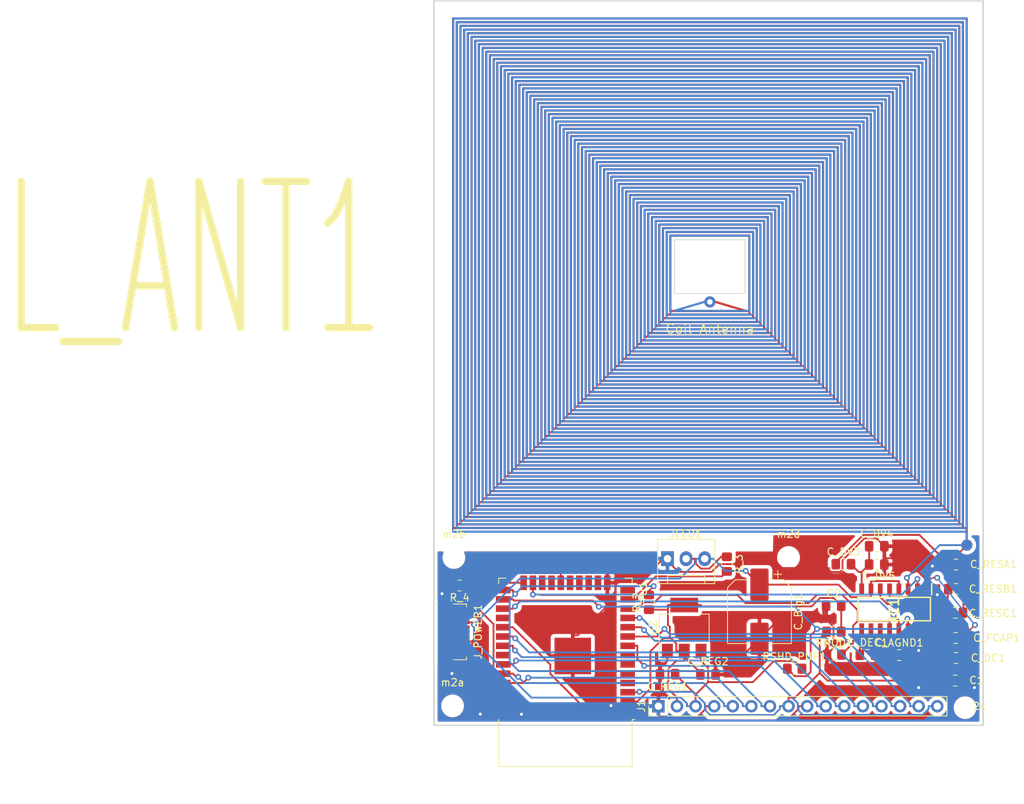
<source format=kicad_pcb>
(kicad_pcb (version 20211014) (generator pcbnew)
  (layers (0 "F.Cu" signal) (31 "B.Cu" signal) (34 "B.Paste" user) (35 "F.Paste" user) (36 "B.SilkS" user "B.Silkscreen") (37 "F.SilkS" user "F.Silkscreen") (38 "B.Mask" user) (39 "F.Mask" user) (44 "Edge.Cuts" user))
  (net 0 "")
  (net 1 "GND")
  (net 2 "+3V3")
  (net 3 "Net-(C_AGND1-Pad1)")
  (net 4 "+5V")
  (net 5 "Net-(C_DC1-Pad1)")
  (net 6 "Net-(C_DEC1-Pad1)")
  (net 7 "Net-(C_DEC1-Pad2)")
  (net 8 "Net-(C_DV3-Pad1)")
  (net 9 "Net-(C_FCAP1-Pad1)")
  (net 10 "Net-(C_RESA1-Pad2)")
  (net 11 "Net-(IC1-Pad3)")
  (net 12 "/EN")
  (net 13 "/RX")
  (net 17 "unconnected-(J_POWER1-Pad6)")
  (net 18 "Net-(R_4-Pad1)")
  (net 23 "/5")
  (net 24 "/22")
  (net 25 "/21")
  (net 26 "/19")
  (net 32 "Net-(U1-Pad20)")
  (net 35 "/18")
  (net 36 "/25")
  (net 38 "/26")
  (net 40 "Net-(JLED1-Pad2)")
  (net 41 "/TX")
  (net 42 "Net-(C_DV3-Pad2)")
  (net 43 "Net-(R_3-Pad2)")
  (net 44 "/IO0")
  (net 45 "/32")
  (net 46 "/RDY_CLK")
  (net 47 "/MOD")
  (net 48 "/DEMOD_OUT")
  (net 49 "/SHD")
  (net 50 "/33")
  (footprint "Connector_USB:USB_Micro-B_Molex_47346-0001" (layer "F.Cu") (at 68.58 142.24 -90)
    (fp_text reference "J_POWER1")
    (fp_text value "USB_B_Micro")
  )
  (footprint "Package_TO_SOT_SMD:SOT-223-3_TabPin2" (layer "F.Cu") (at 100.0472 141.7183 90)
    (fp_text reference "U2")
    (fp_text value "NCP1117-3.3_SOT223")
  )
  (footprint "MountingHole:MountingHole_2.1mm" (layer "F.Cu") (at 114.3 132.08)
    (fp_text reference "m2d")
    (fp_text value "MountingHole_2.1mm")
  )
  (footprint "Connector:FanPinHeader_1x03_P2.54mm_Vertical" (layer "F.Cu") (at 97.7657 132.2433)
    (fp_text reference "JLED1")
    (fp_text value "Conn_01x03")
  )
  (footprint "MountingHole:MountingHole_2.1mm" (layer "F.Cu") (at 68.58 132.08)
    (fp_text reference "m2b")
    (fp_text value "MountingHole_2.1mm")
  )
  (footprint "Capacitor_SMD:C_0805_2012Metric_Pad1.18x1.45mm_HandSolder" (layer "F.Cu") (at 120.4672 138.6641)
    (fp_text reference "C2")
    (fp_text value "1uf")
  )
  (footprint "Capacitor_SMD:C_0805_2012Metric_Pad1.18x1.45mm_HandSolder" (layer "F.Cu") (at 137.16 145.8251)
    (fp_text reference "C_DC1")
    (fp_text value "10NF")
  )
  (footprint "pcb_inductors:60_turn_square_inductor_corrected" (layer "F.Cu") (at 103.5535 93.2118)
    (fp_text reference "L_ANT1")
    (fp_text value "Coil Antenna")
  )
  (footprint "Capacitor_SMD:C_0805_2012Metric_Pad1.18x1.45mm_HandSolder" (layer "F.Cu") (at 97.7755 148.0291 180)
    (fp_text reference "C_REG1")
    (fp_text value "10uf")
  )
  (footprint "Capacitor_SMD:C_0805_2012Metric_Pad1.18x1.45mm_HandSolder" (layer "F.Cu") (at 126.3508 133.0364)
    (fp_text reference "C_DV5")
    (fp_text value "optional")
  )
  (footprint "Capacitor_SMD:C_0805_2012Metric_Pad1.18x1.45mm_HandSolder" (layer "F.Cu") (at 103.2885 148.0582)
    (fp_text reference "C_REG2")
    (fp_text value "10uf")
  )
  (footprint "Capacitor_SMD:C_0805_2012Metric_Pad1.18x1.45mm_HandSolder" (layer "F.Cu") (at 137.1355 143.0688)
    (fp_text reference "C_FCAP1")
    (fp_text value "10nf")
  )
  (footprint "MountingHole:MountingHole_2.1mm" (layer "F.Cu") (at 138.4204 152.599)
    (fp_text reference "m2c")
    (fp_text value "MountingHole_2.1mm")
  )
  (footprint "Capacitor_SMD:CP_Elec_8x10.5" (layer "F.Cu") (at 110.3283 139.4774 -90)
    (fp_text reference "C_Big1")
    (fp_text value "100uf")
  )
  (footprint "Capacitor_SMD:C_0805_2012Metric_Pad1.18x1.45mm_HandSolder" (layer "F.Cu") (at 137.0915 139.6246 180)
    (fp_text reference "C_RESC1")
    (fp_text value "optional")
  )
  (footprint "Resistor_SMD:R_0805_2012Metric_Pad1.20x1.40mm_HandSolder" (layer "F.Cu") (at 95.2306 138.2008 90)
    (fp_text reference "R_2")
    (fp_text value "5k1")
  )
  (footprint "Resistor_SMD:R_0805_2012Metric_Pad1.20x1.40mm_HandSolder" (layer "F.Cu") (at 120.4989 142.2132 180)
    (fp_text reference "R_1")
    (fp_text value "12K")
  )
  (footprint "Capacitor_SMD:C_0805_2012Metric_Pad1.18x1.45mm_HandSolder" (layer "F.Cu") (at 121.7981 132.9918)
    (fp_text reference "C_DV3")
    (fp_text value "0.1nf")
  )
  (footprint "Resistor_SMD:R_0805_2012Metric_Pad1.20x1.40mm_HandSolder" (layer "F.Cu") (at 115.138 147.2729)
    (fp_text reference "RSHD_PUP1")
    (fp_text value "12k")
  )
  (footprint "Capacitor_SMD:C_0805_2012Metric_Pad1.18x1.45mm_HandSolder" (layer "F.Cu") (at 126.3535 130.5276)
    (fp_text reference "C_DV4")
    (fp_text value "3.6nf")
  )
  (footprint "Capacitor_SMD:C_0805_2012Metric_Pad1.18x1.45mm_HandSolder" (layer "F.Cu") (at 125.0798 145.3772)
    (fp_text reference "C_DEC1")
    (fp_text value "100nf")
  )
  (footprint "MountingHole:MountingHole_2.1mm" (layer "F.Cu") (at 68.4005 152.3587)
    (fp_text reference "m2a")
    (fp_text value "MountingHole_2.1mm")
  )
  (footprint "Capacitor_SMD:C_0805_2012Metric_Pad1.18x1.45mm_HandSolder" (layer "F.Cu") (at 137.1551 136.3786)
    (fp_text reference "C_RESB1")
    (fp_text value "470pf")
  )
  (footprint "Connector_PinHeader_2.54mm:PinHeader_1x16_P2.54mm_Vertical" (layer "F.Cu") (at 96.52 152.4 90)
    (fp_text reference "J1")
    (fp_text value "Conn_01x16_Male")
  )
  (footprint "MyLib:SOIC127P602X173-16N" (layer "F.Cu") (at 128.7385 139.122 -90)
    (fp_text reference "IC1")
    (fp_text value "EM4095" hide)
  )
  (footprint "Capacitor_SMD:C_0805_2012Metric_Pad1.18x1.45mm_HandSolder" (layer "F.Cu") (at 137.0804 148.8995 180)
    (fp_text reference "C1")
    (fp_text value "0.1uf")
  )
  (footprint "Capacitor_SMD:C_0805_2012Metric_Pad1.18x1.45mm_HandSolder" (layer "F.Cu") (at 129.4351 145.4138)
    (fp_text reference "C_AGND1")
    (fp_text value "100nf")
  )
  (footprint "Resistor_SMD:R_0805_2012Metric_Pad1.20x1.40mm_HandSolder" (layer "F.Cu") (at 69.3627 135.9022 180)
    (fp_text reference "R_4")
    (fp_text value "5k1")
  )
  (footprint "Capacitor_SMD:C_0805_2012Metric_Pad1.18x1.45mm_HandSolder" (layer "F.Cu") (at 137.16 133.0364)
    (fp_text reference "C_RESA1")
    (fp_text value "2.2nf")
  )
  (footprint "RF_Module:ESP32-WROOM-32" (layer "F.Cu") (at 83.82 144.78 180)
    (fp_text reference "U1")
    (fp_text value "ESP32-WROOM-32")
  )
  (footprint "Resistor_SMD:R_0805_2012Metric_Pad1.20x1.40mm_HandSolder" (layer "F.Cu") (at 105.878 132.9722 -90)
    (fp_text reference "R_3")
    (fp_text value "470")
  )
  (footprint "Resistor_SMD:R_0805_2012Metric_Pad1.20x1.40mm_HandSolder" (layer "F.Cu") (at 120.5355 145.3504)
    (fp_text reference "RMOD1")
    (fp_text value "12k")
  )
  (gr_line (start 133.197525 135.188454) (end 134.62 134.62) (layer "F.Cu") (width 0.2))
  (gr_line (start 139.760626 141.291481) (end 138.399182 142.634147) (layer "F.Cu") (width 0.2))
  (gr_line (start 139.770015 141.31026) (end 134.615305 134.841051) (layer "B.Cu") (width 0.2))
  (gr_line (start 98.729823 88.631514) (end 108.352615 88.631514) (layer "Edge.Cuts") (width 0.1))
  (gr_line (start 108.352615 95.98376) (end 98.729823 95.98376) (layer "Edge.Cuts") (width 0.1))
  (gr_line (start 98.729823 95.98376) (end 98.729823 88.631514) (layer "Edge.Cuts") (width 0.1))
  (gr_rect (start 65.850777 55.956309) (end 140.882618 155.016309) (layer "Edge.Cuts") (width 0.2) (fill none))
  (gr_line (start 108.352615 88.631514) (end 108.352615 95.98376) (layer "Edge.Cuts") (width 0.1))
  (via (at 139.77471 141.296176) (size 0.8) (drill 0.4) (layers "F.Cu" "B.Cu") (net 0))
  (via (at 134.605916 134.841051) (size 0.8) (drill 0.4) (layers "F.Cu" "B.Cu") (net 0))
  (segment (start 68.707 136.5316) (end 72.0639 139.8885) (width 0.25) (layer "F.Cu") (net 1))
  (segment (start 127.391 130.5276) (end 127.391 132.1734) (width 0.25) (layer "F.Cu") (net 1))
  (segment (start 68.707 135.9022) (end 68.707 136.5316) (width 0.25) (layer "F.Cu") (net 1))
  (segment (start 89.4947 153.035) (end 92.32 153.035) (width 0.25) (layer "F.Cu") (net 1))
  (segment (start 133.1835 135.2023) (end 130.1546 132.1734) (width 0.25) (layer "F.Cu") (net 1))
  (segment (start 124.6715 129.456) (end 121.6745 132.453) (width 0.25) (layer "F.Cu") (net 1))
  (segment (start 128.1035 136.397) (end 128.1035 137.4973) (width 0.25) (layer "F.Cu") (net 1))
  (segment (start 95.2142 134.1997) (end 97.1706 132.2433) (width 0.25) (layer "F.Cu") (net 1))
  (segment (start 75.32 153.035) (end 73.9947 153.035) (width 0.25) (layer "F.Cu") (net 1))
  (segment (start 113.4332 133.5133) (end 112.9018 132.9819) (width 0.25) (layer "F.Cu") (net 1))
  (segment (start 126.3194 129.456) (end 124.6715 129.456) (width 0.25) (layer "F.Cu") (net 1))
  (segment (start 133.1835 136.397) (end 133.1835 135.2967) (width 0.25) (layer "F.Cu") (net 1))
  (segment (start 99.2589 134.034) (end 97.4682 132.2433) (width 0.25) (layer "F.Cu") (net 1))
  (segment (start 89.535 134.1997) (end 95.2142 134.1997) (width 0.25) (layer "F.Cu") (net 1))
  (segment (start 96.52 152.4) (end 96.52 151.2247) (width 0.25) (layer "F.Cu") (net 1))
  (segment (start 121.6745 132.453) (end 121.6745 133.7207) (width 0.25) (layer "F.Cu") (net 1))
  (segment (start 127.391 130.5276) (end 126.3194 129.456) (width 0.25) (layer "F.Cu") (net 1))
  (segment (start 132.4609 147.4021) (end 136.6205 147.4021) (width 0.25) (layer "F.Cu") (net 1))
  (segment (start 138.1975 145.8251) (end 136.6205 147.4021) (width 0.25) (layer "F.Cu") (net 1))
  (segment (start 89.535 134.1997) (end 89.0713 133.736) (width 0.25) (layer "F.Cu") (net 1))
  (segment (start 104.8644 132.9819) (end 103.8123 134.034) (width 0.25) (layer "F.Cu") (net 1))
  (segment (start 89.535 135.525) (end 89.535 134.1997) (width 0.25) (layer "F.Cu") (net 1))
  (segment (start 68.707 135.2578) (end 68.707 135.9022) (width 0.25) (layer "F.Cu") (net 1))
  (segment (start 129.3991 146.4873) (end 120.6724 146.4873) (width 0.25) (layer "F.Cu") (net 1))
  (segment (start 105.4475 148.0582) (end 110.3283 143.1774) (width 0.25) (layer "F.Cu") (net 1))
  (segment (start 84.82 142.7097) (end 85.4951 142.7097) (width 0.25) (layer "F.Cu") (net 1))
  (segment (start 96.738 147.2028) (end 96.738 148.0291) (width 0.25) (layer "F.Cu") (net 1))
  (segment (start 72.0639 139.8885) (end 72.0639 142.5314) (width 0.25) (layer "F.Cu") (net 1))
  (segment (start 92.32 153.035) (end 94.7097 153.035) (width 0.25) (layer "F.Cu") (net 1))
  (segment (start 136.6205 147.4021) (end 138.1179 148.8995) (width 0.25) (layer "F.Cu") (net 1))
  (segment (start 113.3656 140.1401) (end 119.045 140.1401) (width 0.25) (layer "F.Cu") (net 1))
  (segment (start 127.3883 133.0364) (end 127.3883 132.1761) (width 0.25) (layer "F.Cu") (net 1))
  (segment (start 89.535 138.6698) (end 89.535 135.525) (width 0.25) (layer "F.Cu") (net 1))
  (segment (start 84.82 146.9476) (end 84.82 145.535) (width 0.25) (layer "F.Cu") (net 1))
  (segment (start 133.1835 135.2967) (end 133.1835 135.2023) (width 0.25) (layer "F.Cu") (net 1))
  (segment (start 96.738 151.0067) (end 96.52 151.2247) (width 0.25) (layer "F.Cu") (net 1))
  (segment (start 104.326 148.0582) (end 105.4475 148.0582) (width 0.25) (layer "F.Cu") (net 1))
  (segment (start 110.3283 143.1774) (end 113.3656 140.1401) (width 0.25) (layer "F.Cu") (net 1))
  (segment (start 112.9018 132.9819) (end 104.8644 132.9819) (width 0.25) (layer "F.Cu") (net 1))
  (segment (start 84.82 146.9476) (end 84.82 148.3603) (width 0.25) (layer "F.Cu") (net 1))
  (segment (start 119.8094 133.7422) (end 119.8094 133.5133) (width 0.25) (layer "F.Cu") (net 1))
  (segment (start 120.4437 144.4422) (end 120.4437 141.5388) (width 0.25) (layer "F.Cu") (net 1))
  (segment (start 119.045 139.0488) (end 119.045 140.1401) (width 0.25) (layer "F.Cu") (net 1))
  (segment (start 97.7472 144.8683) (end 97.7472 146.1936) (width 0.25) (layer "F.Cu") (net 1))
  (segment (start 138.1975 143.0933) (end 138.1975 145.8251) (width 0.25) (layer "F.Cu") (net 1))
  (segment (start 119.4297 138.6641) (end 119.045 139.0488) (width 0.25) (layer "F.Cu") (net 1))
  (segment (start 121.3415 134.0537) (end 120.1209 134.0537) (width 0.25) (layer "F.Cu") (net 1))
  (segment (start 84.82 145.535) (end 84.82 142.7097) (width 0.25) (layer "F.Cu") (net 1))
  (segment (start 119.8094 133.5133) (end 113.4332 133.5133) (width 0.25) (layer "F.Cu") (net 1))
  (segment (start 97.4682 132.2433) (end 97.1706 132.2433) (width 0.25) (layer "F.Cu") (net 1))
  (segment (start 121.6745 133.7207) (end 121.3415 134.0537) (width 0.25) (layer "F.Cu") (net 1))
  (segment (start 130.1546 132.1734) (end 127.391 132.1734) (width 0.25) (layer "F.Cu") (net 1))
  (segment (start 128.1035 137.4973) (end 133.1835 137.4973) (width 0.25) (layer "F.Cu") (net 1))
  (segment (start 85.4951 142.7097) (end 89.535 138.6698) (width 0.25) (layer "F.Cu") (net 1))
  (segment (start 130.4726 145.4138) (end 132.4609 147.4021) (width 0.25) (layer "F.Cu") (net 1))
  (segment (start 133.1835 136.397) (end 133.1835 137.4973) (width 0.25) (layer "F.Cu") (net 1))
  (segment (start 127.3883 132.1761) (end 127.391 132.1734) (width 0.25) (layer "F.Cu") (net 1))
  (segment (start 120.6724 146.4873) (end 119.5355 145.3504) (width 0.25) (layer "F.Cu") (net 1))
  (segment (start 96.52 152.4) (end 95.3447 152.4) (width 0.25) (layer "F.Cu") (net 1))
  (segment (start 97.7472 146.1936) (end 96.738 147.2028) (width 0.25) (layer "F.Cu") (net 1))
  (segment (start 130.4726 145.4138) (end 129.3991 146.4873) (width 0.25) (layer "F.Cu") (net 1))
  (segment (start 119.5355 145.3504) (end 120.4437 144.4422) (width 0.25) (layer "F.Cu") (net 1))
  (segment (start 71.0553 150.0956) (end 71.0553 143.54) (width 0.25) (layer "F.Cu") (net 1))
  (segment (start 72.0639 142.5314) (end 71.0553 143.54) (width 0.25) (layer "F.Cu") (net 1))
  (segment (start 120.4437 141.5388) (end 119.045 140.1401) (width 0.25) (layer "F.Cu") (net 1))
  (segment (start 138.173 143.0688) (end 138.1975 143.0933) (width 0.25) (layer "F.Cu") (net 1))
  (segment (start 97.7657 132.2433) (end 97.4682 132.2433) (width 0.25) (layer "F.Cu") (net 1))
  (segment (start 96.738 148.0291) (end 96.738 151.0067) (width 0.25) (layer "F.Cu") (net 1))
  (segment (start 89.0713 133.736) (end 70.2288 133.736) (width 0.25) (layer "F.Cu") (net 1))
  (segment (start 73.9947 153.035) (end 71.0553 150.0956) (width 0.25) (layer "F.Cu") (net 1))
  (segment (start 70.04 143.54) (end 71.0553 143.54) (width 0.25) (layer "F.Cu") (net 1))
  (segment (start 94.7097 153.035) (end 95.3447 152.4) (width 0.25) (layer "F.Cu") (net 1))
  (segment (start 70.2288 133.736) (end 68.707 135.2578) (width 0.25) (layer "F.Cu") (net 1))
  (segment (start 84.82 148.3603) (end 89.4947 153.035) (width 0.25) (layer "F.Cu") (net 1))
  (segment (start 120.1209 134.0537) (end 119.8094 133.7422) (width 0.25) (layer "F.Cu") (net 1))
  (segment (start 103.8123 134.034) (end 99.2589 134.034) (width 0.25) (layer "F.Cu") (net 1))
  (segment (start 68.3627 135.9022) (end 68.707 135.9022) (width 0.25) (layer "F.Cu") (net 1))
  (via (at 72.190982 153.48446) (size 0.8) (drill 0.4) (layers "F.Cu" "B.Cu") (net 1))
  (via (at 68.317907 147.935401) (size 0.8) (drill 0.4) (layers "F.Cu" "B.Cu") (net 1))
  (via (at 66.955655 137.02855) (size 0.8) (drill 0.4) (layers "F.Cu" "B.Cu") (net 1))
  (via (at 139.7 149.86) (size 0.8) (drill 0.4) (layers "F.Cu" "B.Cu") (net 1))
  (via (at 132.08 144.78) (size 0.8) (drill 0.4) (layers "F.Cu" "B.Cu") (net 1))
  (via (at 77.810462 153.498544) (size 0.8) (drill 0.4) (layers "F.Cu" "B.Cu") (net 1))
  (via (at 133.959431 133.240382) (size 0.8) (drill 0.4) (layers "F.Cu" "B.Cu") (net 1))
  (via (at 134.62 137.16) (size 0.8) (drill 0.4) (layers "F.Cu" "B.Cu") (net 1))
  (via (at 90.04835 152.312139) (size 0.8) (drill 0.4) (layers "F.Cu" "B.Cu") (net 1))
  (via (at 132.08 149.86) (size 0.8) (drill 0.4) (layers "F.Cu" "B.Cu") (net 1))
  (segment (start 100.0472 138.5683) (end 102.2725 138.5683) (width 0.25) (layer "F.Cu") (net 2))
  (segment (start 97.8219 139.2008) (end 95.2306 139.2008) (width 0.25) (layer "F.Cu") (net 2))
  (segment (start 100.0472 145.6184) (end 100.0472 146.1936) (width 0.25) (layer "F.Cu") (net 2))
  (segment (start 118.6026 137.6098) (end 120.4504 137.6098) (width 0.25) (layer "F.Cu") (net 2))
  (segment (start 102.2725 138.5683) (end 102.4596 138.7554) (width 0.25) (layer "F.Cu") (net 2))
  (segment (start 98.2411 143.102) (end 98.0858 143.102) (width 0.25) (layer "F.Cu") (net 2))
  (segment (start 95.4241 149.9862) (end 93.6453 151.765) (width 0.25) (layer "F.Cu") (net 2))
  (segment (start 97.8909 150.0556) (end 99.06 151.2247) (width 0.25) (layer "F.Cu") (net 2))
  (segment (start 102.4596 138.7554) (end 117.457 138.7554) (width 0.25) (layer "F.Cu") (net 2))
  (segment (start 121.5047 142.2074) (end 121.5047 138.6641) (width 0.25) (layer "F.Cu") (net 2))
  (segment (start 102.251 147.8222) (end 102.251 148.0582) (width 0.25) (layer "F.Cu") (net 2))
  (segment (start 100.0472 145.0432) (end 100.0472 145.6184) (width 0.25) (layer "F.Cu") (net 2))
  (segment (start 100.0472 146.1936) (end 98.962 146.1936) (width 0.25) (layer "F.Cu") (net 2))
  (segment (start 97.2208 143.102) (end 95.4241 144.8987) (width 0.25) (layer "F.Cu") (net 2))
  (segment (start 121.4989 142.2132) (end 121.5047 142.2074) (width 0.25) (layer "F.Cu") (net 2))
  (segment (start 120.4504 137.6098) (end 121.5047 138.6641) (width 0.25) (layer "F.Cu") (net 2))
  (segment (start 98.9719 143.8328) (end 98.2411 143.102) (width 0.25) (layer "F.Cu") (net 2))
  (segment (start 117.457 138.7554) (end 118.6026 137.6098) (width 0.25) (layer "F.Cu") (net 2))
  (segment (start 97.8909 147.2647) (end 97.8909 150.0556) (width 0.25) (layer "F.Cu") (net 2))
  (segment (start 100.0472 144.8683) (end 98.9719 144.8683) (width 0.25) (layer "F.Cu") (net 2))
  (segment (start 95.4241 144.8987) (end 95.4241 149.9862) (width 0.25) (layer "F.Cu") (net 2))
  (segment (start 98.9719 144.8683) (end 98.9719 143.8328) (width 0.25) (layer "F.Cu") (net 2))
  (segment (start 92.32 151.765) (end 93.6453 151.765) (width 0.25) (layer "F.Cu") (net 2))
  (segment (start 98.962 146.1936) (end 97.8909 147.2647) (width 0.25) (layer "F.Cu") (net 2))
  (segment (start 99.06 152.4) (end 99.06 151.2247) (width 0.25) (layer "F.Cu") (net 2))
  (segment (start 98.0858 143.102) (end 98.0858 141.5347) (width 0.25) (layer "F.Cu") (net 2))
  (segment (start 97.8219 141.2708) (end 97.8219 139.2008) (width 0.25) (layer "F.Cu") (net 2))
  (segment (start 100.0472 138.5683) (end 97.8219 138.5683) (width 0.25) (layer "F.Cu") (net 2))
  (segment (start 100.0472 145.6184) (end 102.251 147.8222) (width 0.25) (layer "F.Cu") (net 2))
  (segment (start 100.0472 145.0432) (end 100.0472 144.8683) (width 0.25) (layer "F.Cu") (net 2))
  (segment (start 97.8219 138.5683) (end 97.8219 139.2008) (width 0.25) (layer "F.Cu") (net 2))
  (segment (start 98.0858 141.5347) (end 97.8219 141.2708) (width 0.25) (layer "F.Cu") (net 2))
  (segment (start 98.0858 143.102) (end 97.2208 143.102) (width 0.25) (layer "F.Cu") (net 2))
  (segment (start 126.8335 143.8497) (end 126.8335 141.847) (width 0.25) (layer "F.Cu") (net 3))
  (segment (start 128.3976 145.4138) (end 126.8335 143.8497) (width 0.25) (layer "F.Cu") (net 3))
  (segment (start 122.8371 137.4973) (end 121.1172 135.7774) (width 0.25) (layer "F.Cu") (net 4))
  (segment (start 98.813 148.0291) (end 101.6 150.8161) (width 0.25) (layer "F.Cu") (net 4))
  (segment (start 116.138 147.2729) (end 115.0824 146.2173) (width 0.25) (layer "F.Cu") (net 4))
  (segment (start 103.3065 147.1529) (end 102.3472 146.1936) (width 0.25) (layer "F.Cu") (net 4))
  (segment (start 110.3283 135.7774) (end 108.4522 133.9013) (width 0.25) (layer "F.Cu") (net 4))
  (segment (start 71.3345 141.24) (end 71.0553 140.9608) (width 0.25) (layer "F.Cu") (net 4))
  (segment (start 70.04 140.94) (end 71.0553 140.94) (width 0.25) (layer "F.Cu") (net 4))
  (segment (start 125.5635 135.8468) (end 125.5635 135.2967) (width 0.25) (layer "F.Cu") (net 4))
  (segment (start 112.3161 146.2173) (end 109.4238 149.1096) (width 0.25) (layer "F.Cu") (net 4))
  (segment (start 101.6 150.8161) (end 101.6 151.2247) (width 0.25) (layer "F.Cu") (net 4))
  (segment (start 109.4238 149.1096) (end 103.3065 149.1096) (width 0.25) (layer "F.Cu") (net 4))
  (segment (start 115.0824 146.2173) (end 112.3161 146.2173) (width 0.25) (layer "F.Cu") (net 4))
  (segment (start 125.5635 135.2967) (end 129.3735 135.2967) (width 0.25) (layer "F.Cu") (net 4))
  (segment (start 71.0553 140.9608) (end 71.0553 140.94) (width 0.25) (layer "F.Cu") (net 4))
  (segment (start 101.6 152.4) (end 101.6 151.2247) (width 0.25) (layer "F.Cu") (net 4))
  (segment (start 103.3065 149.1096) (end 101.6 150.8161) (width 0.25) (layer "F.Cu") (net 4))
  (segment (start 121.1172 135.7774) (end 110.3283 135.7774) (width 0.25) (layer "F.Cu") (net 4))
  (segment (start 125.5635 137.4973) (end 122.8371 137.4973) (width 0.25) (layer "F.Cu") (net 4))
  (segment (start 102.3472 144.8683) (end 102.3472 146.1936) (width 0.25) (layer "F.Cu") (net 4))
  (segment (start 125.5635 135.8468) (end 125.5635 136.397) (width 0.25) (layer "F.Cu") (net 4))
  (segment (start 103.3065 149.1096) (end 103.3065 147.1529) (width 0.25) (layer "F.Cu") (net 4))
  (segment (start 129.3735 136.397) (end 129.3735 135.2967) (width 0.25) (layer "F.Cu") (net 4))
  (segment (start 125.5635 136.397) (end 125.5635 137.4973) (width 0.25) (layer "F.Cu") (net 4))
  (via (at 108.4522 133.9013) (size 0.8) (drill 0.4) (layers "F.Cu" "B.Cu") (net 4))
  (via (at 71.3345 141.24) (size 0.8) (drill 0.4) (layers "F.Cu" "B.Cu") (net 4))
  (segment (start 103.4409 132.2433) (end 104.036 132.2433) (width 0.25) (layer "B.Cu") (net 4))
  (segment (start 79.1642 151.2247) (end 99.6168 151.2247) (width 0.25) (layer "B.Cu") (net 4))
  (segment (start 71.3345 141.24) (end 71.3345 143.395) (width 0.25) (layer "B.Cu") (net 4))
  (segment (start 77.6177 134.9568) (end 71.3345 141.24) (width 0.25) (layer "B.Cu") (net 4))
  (segment (start 100.4247 152.0326) (end 100.4247 152.4) (width 0.25) (layer "B.Cu") (net 4))
  (segment (start 101.6554 132.2433) (end 101.6554 132.7641) (width 0.25) (layer "B.Cu") (net 4))
  (segment (start 104.036 132.2433) (end 105.694 133.9013) (width 0.25) (layer "B.Cu") (net 4))
  (segment (start 102.8457 132.2433) (end 101.6554 132.2433) (width 0.25) (layer "B.Cu") (net 4))
  (segment (start 103.4409 132.2433) (end 102.8457 132.2433) (width 0.25) (layer "B.Cu") (net 4))
  (segment (start 105.694 133.9013) (end 108.4522 133.9013) (width 0.25) (layer "B.Cu") (net 4))
  (segment (start 101.6 152.4) (end 100.4247 152.4) (width 0.25) (layer "B.Cu") (net 4))
  (segment (start 101.6554 132.7641) (end 99.4627 134.9568) (width 0.25) (layer "B.Cu") (net 4))
  (segment (start 99.4627 134.9568) (end 77.6177 134.9568) (width 0.25) (layer "B.Cu") (net 4))
  (segment (start 71.3345 143.395) (end 79.1642 151.2247) (width 0.25) (layer "B.Cu") (net 4))
  (segment (start 99.6168 151.2247) (end 100.4247 152.0326) (width 0.25) (layer "B.Cu") (net 4))
  (segment (start 133.2447 142.9473) (end 136.1225 145.8251) (width 0.25) (layer "F.Cu") (net 5))
  (segment (start 133.1835 141.847) (end 133.1835 142.9473) (width 0.25) (layer "F.Cu") (net 5))
  (segment (start 133.1835 142.9473) (end 133.2447 142.9473) (width 0.25) (layer "F.Cu") (net 5))
  (segment (start 124.0423 143.1985) (end 124.0423 145.3772) (width 0.25) (layer "F.Cu") (net 6))
  (segment (start 124.2935 142.9473) (end 124.0423 143.1985) (width 0.25) (layer "F.Cu") (net 6))
  (segment (start 124.2935 141.847) (end 124.2935 142.9473) (width 0.25) (layer "F.Cu") (net 6))
  (segment (start 125.5635 141.847) (end 125.5635 144.8234) (width 0.25) (layer "F.Cu") (net 7))
  (segment (start 125.5635 144.8234) (end 126.1173 145.3772) (width 0.25) (layer "F.Cu") (net 7))
  (segment (start 120.7606 132.9918) (end 120.7606 132.73) (width 0.25) (layer "F.Cu") (net 8))
  (segment (start 136.1176 133.0413) (end 136.1225 133.0364) (width 0.25) (layer "F.Cu") (net 8))
  (segment (start 136.1176 136.3786) (end 136.054 136.4422) (width 0.25) (layer "F.Cu") (net 8))
  (segment (start 136.1176 136.3786) (end 136.1176 133.0413) (width 0.25) (layer "F.Cu") (net 8))
  (segment (start 132.1807 128.9855) (end 136.1225 132.9273) (width 0.25) (layer "F.Cu") (net 8))
  (segment (start 136.054 136.4422) (end 136.054 139.6246) (width 0.25) (layer "F.Cu") (net 8))
  (segment (start 136.1225 133.0364) (end 136.1225 132.9273) (width 0.25) (layer "F.Cu") (net 8))
  (segment (start 138.6632 130.3866) (end 136.1225 132.9273) (width 0.25) (layer "F.Cu") (net 8))
  (segment (start 120.7606 132.73) (end 124.5051 128.9855) (width 0.25) (layer "F.Cu") (net 8))
  (segment (start 124.5051 128.9855) (end 132.1807 128.9855) (width 0.25) (layer "F.Cu") (net 8))
  (segment (start 131.9135 140.7467) (end 133.7759 140.7467) (width 0.25) (layer "F.Cu") (net 9))
  (segment (start 131.9135 141.847) (end 131.9135 140.7467) (width 0.25) (layer "F.Cu") (net 9))
  (segment (start 133.7759 140.7467) (end 136.098 143.0688) (width 0.25) (layer "F.Cu") (net 9))
  (segment (start 138.1926 136.3786) (end 138.1926 139.561) (width 0.25) (layer "F.Cu") (net 10))
  (segment (start 127.7721 138.4359) (end 126.8335 137.4973) (width 0.25) (layer "F.Cu") (net 10))
  (segment (start 138.1926 139.561) (end 138.129 139.6246) (width 0.25) (layer "F.Cu") (net 10))
  (segment (start 138.129 139.6246) (end 137.0638 140.6898) (width 0.25) (layer "F.Cu") (net 10))
  (segment (start 126.8335 136.397) (end 126.8335 137.4973) (width 0.25) (layer "F.Cu") (net 10))
  (segment (start 134.7153 140.6898) (end 132.4614 138.4359) (width 0.25) (layer "F.Cu") (net 10))
  (segment (start 138.1926 133.0413) (end 138.1926 136.3786) (width 0.25) (layer "F.Cu") (net 10))
  (segment (start 132.4614 138.4359) (end 127.7721 138.4359) (width 0.25) (layer "F.Cu") (net 10))
  (segment (start 138.1975 133.0364) (end 138.1926 133.0413) (width 0.25) (layer "F.Cu") (net 10))
  (segment (start 137.0638 140.6898) (end 134.7153 140.6898) (width 0.25) (layer "F.Cu") (net 10))
  (segment (start 130.4694 135.1226) (end 130.4694 134.8494) (width 0.25) (layer "F.Cu") (net 11))
  (segment (start 130.6435 136.397) (end 130.6435 135.2967) (width 0.25) (layer "F.Cu") (net 11))
  (segment (start 130.6435 135.2967) (end 130.4694 135.1226) (width 0.25) (layer "F.Cu") (net 11))
  (via (at 130.4694 134.8494) (size 0.8) (drill 0.4) (layers "F.Cu" "B.Cu") (net 11))
  (segment (start 130.4694 134.8494) (end 134.9371 130.3817) (width 0.25) (layer "B.Cu") (net 11))
  (segment (start 134.9371 130.3817) (end 138.6588 130.3817) (width 0.25) (layer "B.Cu") (net 11))
  (segment (start 114.3 152.4) (end 114.3 151.2247) (width 0.25) (layer "F.Cu") (net 12))
  (segment (start 114.3 151.2247) (end 115.1815 151.2247) (width 0.25) (layer "F.Cu") (net 12))
  (segment (start 119.6165 148.8995) (end 118.5616 147.8446) (width 0.25) (layer "F.Cu") (net 12))
  (segment (start 118.5616 147.8446) (end 118.5616 143.1505) (width 0.25) (layer "F.Cu") (net 12))
  (segment (start 115.1815 151.2247) (end 118.5616 147.8446) (width 0.25) (layer "F.Cu") (net 12))
  (segment (start 118.5616 143.1505) (end 119.4989 142.2132) (width 0.25) (layer "F.Cu") (net 12))
  (segment (start 93.8671 150.495) (end 93.9289 150.4332) (width 0.25) (layer "F.Cu") (net 12))
  (segment (start 92.32 150.495) (end 93.8671 150.495) (width 0.25) (layer "F.Cu") (net 12))
  (segment (start 136.0429 148.8995) (end 119.6165 148.8995) (width 0.25) (layer "F.Cu") (net 12))
  (via (at 93.9289 150.4332) (size 0.8) (drill 0.4) (layers "F.Cu" "B.Cu") (net 12))
  (segment (start 113.1247 152.7673) (end 112.287 153.605) (width 0.25) (layer "B.Cu") (net 12))
  (segment (start 101.2967 150.4332) (end 93.9289 150.4332) (width 0.25) (layer "B.Cu") (net 12))
  (segment (start 102.87 152.0065) (end 101.2967 150.4332) (width 0.25) (layer "B.Cu") (net 12))
  (segment (start 113.1247 152.4) (end 113.1247 152.7673) (width 0.25) (layer "B.Cu") (net 12))
  (segment (start 102.87 152.8891) (end 102.87 152.0065) (width 0.25) (layer "B.Cu") (net 12))
  (segment (start 114.3 152.4) (end 113.1247 152.4) (width 0.25) (layer "B.Cu") (net 12))
  (segment (start 103.5859 153.605) (end 102.87 152.8891) (width 0.25) (layer "B.Cu") (net 12))
  (segment (start 112.287 153.605) (end 103.5859 153.605) (width 0.25) (layer "B.Cu") (net 12))
  (segment (start 77.085 148.3947) (end 77.3737 148.3947) (width 0.25) (layer "F.Cu") (net 13))
  (segment (start 75.32 147.955) (end 76.6453 147.955) (width 0.25) (layer "F.Cu") (net 13))
  (segment (start 76.6453 147.955) (end 77.085 148.3947) (width 0.25) (layer "F.Cu") (net 13))
  (via (at 77.3737 148.3947) (size 0.8) (drill 0.4) (layers "F.Cu" "B.Cu") (net 13))
  (segment (start 78.2144 149.2354) (end 102.7074 149.2354) (width 0.25) (layer "B.Cu") (net 13))
  (segment (start 106.68 152.4) (end 105.5047 152.4) (width 0.25) (layer "B.Cu") (net 13))
  (segment (start 105.5047 152.0327) (end 105.5047 152.4) (width 0.25) (layer "B.Cu") (net 13))
  (segment (start 77.3737 148.3947) (end 78.2144 149.2354) (width 0.25) (layer "B.Cu") (net 13))
  (segment (start 102.7074 149.2354) (end 105.5047 152.0327) (width 0.25) (layer "B.Cu") (net 13))
  (segment (start 67.38 141.09) (end 67.38 142.3153) (width 0.25) (layer "F.Cu") (net 17))
  (segment (start 68.6553 144.7275) (end 68.6553 145.315) (width 0.25) (layer "F.Cu") (net 17))
  (segment (start 67.38 143.79) (end 68.6553 143.79) (width 0.25) (layer "F.Cu") (net 17))
  (segment (start 67.38 138.865) (end 67.38 139.7525) (width 0.25) (layer "F.Cu") (net 17))
  (segment (start 67.38 139.7525) (end 68.8547 139.7525) (width 0.25) (layer "F.Cu") (net 17))
  (segment (start 67.38 142.3153) (end 67.8395 142.3153) (width 0.25) (layer "F.Cu") (net 17))
  (segment (start 69.955 144.7275) (end 68.8547 144.7275) (width 0.25) (layer "F.Cu") (net 17))
  (segment (start 67.8395 142.3153) (end 68.6553 143.1311) (width 0.25) (layer "F.Cu") (net 17))
  (segment (start 68.6553 143.79) (end 68.6553 144.7275) (width 0.25) (layer "F.Cu") (net 17))
  (segment (start 68.6553 145.315) (end 68.3553 145.615) (width 0.25) (layer "F.Cu") (net 17))
  (segment (start 67.38 145.615) (end 68.3553 145.615) (width 0.25) (layer "F.Cu") (net 17))
  (segment (start 68.8547 144.7275) (end 68.6553 144.7275) (width 0.25) (layer "F.Cu") (net 17))
  (segment (start 69.955 139.7525) (end 68.8547 139.7525) (width 0.25) (layer "F.Cu") (net 17))
  (segment (start 68.6553 143.1311) (end 68.6553 143.79) (width 0.25) (layer "F.Cu") (net 17))
  (segment (start 67.38 139.7525) (end 67.38 141.09) (width 0.25) (layer "F.Cu") (net 17))
  (segment (start 70.7399 135.525) (end 70.3627 135.9022) (width 0.25) (layer "F.Cu") (net 18))
  (segment (start 78.105 135.525) (end 70.7399 135.525) (width 0.25) (layer "F.Cu") (net 18))
  (segment (start 101.9176 153.8144) (end 102.9647 152.7673) (width 0.25) (layer "F.Cu") (net 23))
  (segment (start 76.6453 141.605) (end 81.7543 146.714) (width 0.25) (layer "F.Cu") (net 23))
  (segment (start 87.5901 153.8144) (end 101.9176 153.8144) (width 0.25) (layer "F.Cu") (net 23))
  (segment (start 81.7543 147.9786) (end 87.5901 153.8144) (width 0.25) (layer "F.Cu") (net 23))
  (segment (start 81.7543 146.714) (end 81.7543 147.9786) (width 0.25) (layer "F.Cu") (net 23))
  (segment (start 104.14 152.4) (end 102.9647 152.4) (width 0.25) (layer "F.Cu") (net 23))
  (segment (start 75.32 141.605) (end 76.6453 141.605) (width 0.25) (layer "F.Cu") (net 23))
  (segment (start 102.9647 152.7673) (end 102.9647 152.4) (width 0.25) (layer "F.Cu") (net 23))
  (segment (start 75.32 150.495) (end 76.6453 150.495) (width 0.25) (layer "F.Cu") (net 24))
  (segment (start 116.84 152.4) (end 115.6647 152.4) (width 0.25) (layer "F.Cu") (net 24))
  (segment (start 115.6647 152.7673) (end 115.6647 152.4) (width 0.25) (layer "F.Cu") (net 24))
  (segment (start 80.4807 154.3304) (end 114.1016 154.3304) (width 0.25) (layer "F.Cu") (net 24))
  (segment (start 114.1016 154.3304) (end 115.6647 152.7673) (width 0.25) (layer "F.Cu") (net 24))
  (segment (start 76.6453 150.495) (end 80.4807 154.3304) (width 0.25) (layer "F.Cu") (net 24))
  (segment (start 76.6453 146.685) (end 77.0761 146.2542) (width 0.25) (layer "F.Cu") (net 25))
  (segment (start 75.32 146.685) (end 76.6453 146.685) (width 0.25) (layer "F.Cu") (net 25))
  (segment (start 77.0761 146.2542) (end 77.0761 146.1686) (width 0.25) (layer "F.Cu") (net 25))
  (via (at 77.0761 146.1686) (size 0.8) (drill 0.4) (layers "F.Cu" "B.Cu") (net 25))
  (segment (start 112.2892 146.1509) (end 77.0938 146.1509) (width 0.25) (layer "B.Cu") (net 25))
  (segment (start 118.2047 152.0664) (end 112.2892 146.1509) (width 0.25) (layer "B.Cu") (net 25))
  (segment (start 118.2047 152.4) (end 118.2047 152.0664) (width 0.25) (layer "B.Cu") (net 25))
  (segment (start 119.38 152.4) (end 118.2047 152.4) (width 0.25) (layer "B.Cu") (net 25))
  (segment (start 77.0938 146.1509) (end 77.0761 146.1686) (width 0.25) (layer "B.Cu") (net 25))
  (segment (start 75.32 144.145) (end 76.6453 144.145) (width 0.25) (layer "F.Cu") (net 26))
  (segment (start 76.6453 144.145) (end 76.6453 144.4906) (width 0.25) (layer "F.Cu") (net 26))
  (segment (start 76.6453 144.4906) (end 76.9261 144.7714) (width 0.25) (layer "F.Cu") (net 26))
  (via (at 76.9261 144.7714) (size 0.8) (drill 0.4) (layers "F.Cu" "B.Cu") (net 26))
  (segment (start 77.8553 145.7006) (end 76.9261 144.7714) (width 0.25) (layer "B.Cu") (net 26))
  (segment (start 121.92 152.4) (end 120.7447 152.4) (width 0.25) (layer "B.Cu") (net 26))
  (segment (start 114.4126 145.7006) (end 77.8553 145.7006) (width 0.25) (layer "B.Cu") (net 26))
  (segment (start 120.7447 152.0327) (end 114.4126 145.7006) (width 0.25) (layer "B.Cu") (net 26))
  (segment (start 120.7447 152.4) (end 120.7447 152.0327) (width 0.25) (layer "B.Cu") (net 26))
  (segment (start 73.9947 151.765) (end 73.9947 141.1824) (width 0.25) (layer "F.Cu") (net 32))
  (segment (start 70.402 134.1997) (end 83.185 134.1997) (width 0.25) (layer "F.Cu") (net 32))
  (segment (start 69.4275 136.6152) (end 69.4275 135.1742) (width 0.25) (layer "F.Cu") (net 32))
  (segment (start 73.9947 141.1824) (end 69.4275 136.6152) (width 0.25) (layer "F.Cu") (net 32))
  (segment (start 75.32 151.765) (end 73.9947 151.765) (width 0.25) (layer "F.Cu") (net 32))
  (segment (start 69.4275 135.1742) (end 70.402 134.1997) (width 0.25) (layer "F.Cu") (net 32))
  (segment (start 83.185 135.525) (end 83.185 134.1997) (width 0.25) (layer "F.Cu") (net 32))
  (segment (start 75.32 142.875) (end 76.6453 142.875) (width 0.25) (layer "F.Cu") (net 35))
  (segment (start 76.9015 143.1312) (end 76.9561 143.1312) (width 0.25) (layer "F.Cu") (net 35))
  (segment (start 76.6453 142.875) (end 76.9015 143.1312) (width 0.25) (layer "F.Cu") (net 35))
  (via (at 76.9561 143.1312) (size 0.8) (drill 0.4) (layers "F.Cu" "B.Cu") (net 35))
  (segment (start 78.8678 145.0429) (end 116.2949 145.0429) (width 0.25) (layer "B.Cu") (net 35))
  (segment (start 116.2949 145.0429) (end 123.2847 152.0327) (width 0.25) (layer "B.Cu") (net 35))
  (segment (start 124.46 152.4) (end 123.2847 152.4) (width 0.25) (layer "B.Cu") (net 35))
  (segment (start 123.2847 152.0327) (end 123.2847 152.4) (width 0.25) (layer "B.Cu") (net 35))
  (segment (start 76.9561 143.1312) (end 78.8678 145.0429) (width 0.25) (layer "B.Cu") (net 35))
  (segment (start 94.1787 141.605) (end 94.5681 141.9944) (width 0.25) (layer "F.Cu") (net 36))
  (segment (start 92.32 141.605) (end 94.1787 141.605) (width 0.25) (layer "F.Cu") (net 36))
  (via (at 94.5681 141.9944) (size 0.8) (drill 0.4) (layers "F.Cu" "B.Cu") (net 36))
  (segment (start 125.8247 152.0327) (end 125.8247 152.4) (width 0.25) (layer "B.Cu") (net 36))
  (segment (start 117.2533 143.4613) (end 125.8247 152.0327) (width 0.25) (layer "B.Cu") (net 36))
  (segment (start 127 152.4) (end 125.8247 152.4) (width 0.25) (layer "B.Cu") (net 36))
  (segment (start 96.035 143.4613) (end 117.2533 143.4613) (width 0.25) (layer "B.Cu") (net 36))
  (segment (start 94.5681 141.9944) (end 96.035 143.4613) (width 0.25) (layer "B.Cu") (net 36))
  (segment (start 92.32 140.335) (end 93.9338 140.335) (width 0.25) (layer "F.Cu") (net 38))
  (via (at 93.9338 140.335) (size 0.8) (drill 0.4) (layers "F.Cu" "B.Cu") (net 38))
  (segment (start 129.54 152.4) (end 128.3647 152.4) (width 0.25) (layer "B.Cu") (net 38))
  (segment (start 94.1975 140.335) (end 93.9338 140.335) (width 0.25) (layer "B.Cu") (net 38))
  (segment (start 128.3647 152.0327) (end 119.3429 143.0109) (width 0.25) (layer "B.Cu") (net 38))
  (segment (start 96.8734 143.0109) (end 94.1975 140.335) (width 0.25) (layer "B.Cu") (net 38))
  (segment (start 119.3429 143.0109) (end 96.8734 143.0109) (width 0.25) (layer "B.Cu") (net 38))
  (segment (start 128.3647 152.4) (end 128.3647 152.0327) (width 0.25) (layer "B.Cu") (net 38))
  (segment (start 101.496 132.7641) (end 101.496 132.2433) (width 0.25) (layer "F.Cu") (net 40))
  (segment (start 105.0938 131.9722) (end 103.4824 133.5836) (width 0.25) (layer "F.Cu") (net 40))
  (segment (start 100.3057 132.2433) (end 101.496 132.2433) (width 0.25) (layer "F.Cu") (net 40))
  (segment (start 103.4824 133.5836) (end 102.3155 133.5836) (width 0.25) (layer "F.Cu") (net 40))
  (segment (start 102.3155 133.5836) (end 101.496 132.7641) (width 0.25) (layer "F.Cu") (net 40))
  (segment (start 105.878 131.9722) (end 105.0938 131.9722) (width 0.25) (layer "F.Cu") (net 40))
  (segment (start 75.32 149.225) (end 76.6453 149.225) (width 0.25) (layer "F.Cu") (net 41))
  (segment (start 76.6453 149.225) (end 78.025 149.225) (width 0.25) (layer "F.Cu") (net 41))
  (segment (start 78.025 149.225) (end 78.7478 148.5022) (width 0.25) (layer "F.Cu") (net 41))
  (via (at 78.7478 148.5022) (size 0.8) (drill 0.4) (layers "F.Cu" "B.Cu") (net 41))
  (segment (start 109.22 152.4) (end 108.0447 152.4) (width 0.25) (layer "B.Cu") (net 41))
  (segment (start 108.0447 152.4) (end 108.0447 152.0327) (width 0.25) (layer "B.Cu") (net 41))
  (segment (start 108.0447 152.0327) (end 104.5142 148.5022) (width 0.25) (layer "B.Cu") (net 41))
  (segment (start 104.5142 148.5022) (end 78.7478 148.5022) (width 0.25) (layer "B.Cu") (net 41))
  (segment (start 124.2935 134.0562) (end 125.3133 133.0364) (width 0.25) (layer "F.Cu") (net 42))
  (segment (start 123.9 134.0562) (end 122.8356 132.9918) (width 0.25) (layer "F.Cu") (net 42))
  (segment (start 124.2935 134.0562) (end 123.9 134.0562) (width 0.25) (layer "F.Cu") (net 42))
  (segment (start 124.2935 136.397) (end 124.2935 134.0562) (width 0.25) (layer "F.Cu") (net 42))
  (segment (start 125.316 133.0337) (end 125.316 130.5276) (width 0.25) (layer "F.Cu") (net 42))
  (segment (start 125.3133 133.0364) (end 125.316 133.0337) (width 0.25) (layer "F.Cu") (net 42))
  (segment (start 105.878 133.9722) (end 105.2001 134.6501) (width 0.25) (layer "F.Cu") (net 43))
  (segment (start 93.6453 137.1622) (end 93.6453 137.795) (width 0.25) (layer "F.Cu") (net 43))
  (segment (start 96.1574 134.6501) (end 93.6453 137.1622) (width 0.25) (layer "F.Cu") (net 43))
  (segment (start 105.2001 134.6501) (end 96.1574 134.6501) (width 0.25) (layer "F.Cu") (net 43))
  (segment (start 92.32 137.795) (end 93.6453 137.795) (width 0.25) (layer "F.Cu") (net 43))
  (segment (start 75.32 136.525) (end 76.6453 136.525) (width 0.25) (layer "F.Cu") (net 44))
  (segment (start 95.2306 136.6329) (end 95.2306 137.2008) (width 0.25) (layer "F.Cu") (net 44))
  (segment (start 76.6453 136.7413) (end 76.9517 137.0477) (width 0.25) (layer "F.Cu") (net 44))
  (segment (start 95.8764 135.9871) (end 95.2306 136.6329) (width 0.25) (layer "F.Cu") (net 44))
  (segment (start 76.6453 136.525) (end 76.6453 136.7413) (width 0.25) (layer "F.Cu") (net 44))
  (via (at 76.9517 137.0477) (size 0.8) (drill 0.4) (layers "F.Cu" "B.Cu") (net 44))
  (via (at 95.8764 135.9871) (size 0.8) (drill 0.4) (layers "F.Cu" "B.Cu") (net 44))
  (segment (start 110.5847 152.4) (end 110.5847 152.0327) (width 0.25) (layer "B.Cu") (net 44))
  (segment (start 76.1989 137.8005) (end 76.9517 137.0477) (width 0.25) (layer "B.Cu") (net 44))
  (segment (start 106.1537 147.6017) (end 77.4536 147.6017) (width 0.25) (layer "B.Cu") (net 44))
  (segment (start 76.9517 137.0477) (end 78.0123 135.9871) (width 0.25) (layer "B.Cu") (net 44))
  (segment (start 78.0123 135.9871) (end 95.8764 135.9871) (width 0.25) (layer "B.Cu") (net 44))
  (segment (start 111.76 152.4) (end 110.5847 152.4) (width 0.25) (layer "B.Cu") (net 44))
  (segment (start 76.1989 146.347) (end 76.1989 137.8005) (width 0.25) (layer "B.Cu") (net 44))
  (segment (start 77.4536 147.6017) (end 76.1989 146.347) (width 0.25) (layer "B.Cu") (net 44))
  (segment (start 110.5847 152.0327) (end 106.1537 147.6017) (width 0.25) (layer "B.Cu") (net 44))
  (segment (start 92.32 144.145) (end 93.6453 144.145) (width 0.25) (layer "F.Cu") (net 45))
  (segment (start 93.6453 144.145) (end 93.6453 145.9381) (width 0.25) (layer "F.Cu") (net 45))
  (segment (start 93.6453 145.9381) (end 94.5834 146.8762) (width 0.25) (layer "F.Cu") (net 45))
  (via (at 94.5834 146.8762) (size 0.8) (drill 0.4) (layers "F.Cu" "B.Cu") (net 45))
  (segment (start 134.62 152.4) (end 133.4447 152.4) (width 0.25) (layer "B.Cu") (net 45))
  (segment (start 132.6368 153.5753) (end 116.2587 153.5753) (width 0.25) (layer "B.Cu") (net 45))
  (segment (start 116.2587 153.5753) (end 115.57 152.8866) (width 0.25) (layer "B.Cu") (net 45))
  (segment (start 133.4447 152.4) (end 133.4447 152.7674) (width 0.25) (layer "B.Cu") (net 45))
  (segment (start 115.57 152.8866) (end 115.57 152.0008) (width 0.25) (layer "B.Cu") (net 45))
  (segment (start 115.57 152.0008) (end 110.4454 146.8762) (width 0.25) (layer "B.Cu") (net 45))
  (segment (start 110.4454 146.8762) (end 94.5834 146.8762) (width 0.25) (layer "B.Cu") (net 45))
  (segment (start 133.4447 152.7674) (end 132.6368 153.5753) (width 0.25) (layer "B.Cu") (net 45))
  (segment (start 79.375 136.8503) (end 79.375 137.1367) (width 0.25) (layer "F.Cu") (net 46))
  (segment (start 79.375 135.525) (end 79.375 136.8503) (width 0.25) (layer "F.Cu") (net 46))
  (segment (start 131.9135 135.0074) (end 131.9135 136.397) (width 0.25) (layer "F.Cu") (net 46))
  (via (at 79.375 137.1367) (size 0.8) (drill 0.4) (layers "F.Cu" "B.Cu") (net 46))
  (via (at 131.9135 135.0074) (size 0.8) (drill 0.4) (layers "F.Cu" "B.Cu") (net 46))
  (segment (start 79.375 137.1367) (end 129.7842 137.1367) (width 0.25) (layer "B.Cu") (net 46))
  (segment (start 129.7842 137.1367) (end 131.9135 135.0074) (width 0.25) (layer "B.Cu") (net 46))
  (segment (start 94.5095 138.2008) (end 93.6453 139.065) (width 0.25) (layer "F.Cu") (net 47))
  (segment (start 123.7602 140.7467) (end 123.7602 139.2826) (width 0.25) (layer "F.Cu") (net 47))
  (segment (start 121.6371 137.1595) (end 118.1911 137.1595) (width 0.25) (layer "F.Cu") (net 47))
  (segment (start 118.1911 137.1595) (end 117.0456 138.305) (width 0.25) (layer "F.Cu") (net 47))
  (segment (start 128.1035 141.847) (end 128.1035 140.7467) (width 0.25) (layer "F.Cu") (net 47))
  (segment (start 123.1284 141.3785) (end 123.1284 143.7575) (width 0.25) (layer "F.Cu") (net 47))
  (segment (start 123.7602 140.7467) (end 123.1284 141.3785) (width 0.25) (layer "F.Cu") (net 47))
  (segment (start 107.3266 137.2089) (end 96.9841 137.2089) (width 0.25) (layer "F.Cu") (net 47))
  (segment (start 123.1284 143.7575) (end 121.5355 145.3504) (width 0.25) (layer "F.Cu") (net 47))
  (segment (start 128.1035 140.7467) (end 123.7602 140.7467) (width 0.25) (layer "F.Cu") (net 47))
  (segment (start 92.32 139.065) (end 93.6453 139.065) (width 0.25) (layer "F.Cu") (net 47))
  (segment (start 96.9841 137.2089) (end 95.9922 138.2008) (width 0.25) (layer "F.Cu") (net 47))
  (segment (start 117.0456 138.305) (end 108.4227 138.305) (width 0.25) (layer "F.Cu") (net 47))
  (segment (start 95.9922 138.2008) (end 94.5095 138.2008) (width 0.25) (layer "F.Cu") (net 47))
  (segment (start 108.4227 138.305) (end 107.3266 137.2089) (width 0.25) (layer "F.Cu") (net 47))
  (segment (start 123.7602 139.2826) (end 121.6371 137.1595) (width 0.25) (layer "F.Cu") (net 47))
  (segment (start 75.32 139.065) (end 76.6453 139.065) (width 0.25) (layer "F.Cu") (net 48))
  (segment (start 128.639 139.9555) (end 129.3735 140.69) (width 0.25) (layer "F.Cu") (net 48))
  (segment (start 129.3735 140.69) (end 129.3735 141.847) (width 0.25) (layer "F.Cu") (net 48))
  (segment (start 76.6453 139.0434) (end 76.9325 138.7562) (width 0.25) (layer "F.Cu") (net 48))
  (segment (start 76.6453 139.065) (end 76.6453 139.0434) (width 0.25) (layer "F.Cu") (net 48))
  (via (at 76.9325 138.7562) (size 0.8) (drill 0.4) (layers "F.Cu" "B.Cu") (net 48))
  (via (at 128.639 139.9555) (size 0.8) (drill 0.4) (layers "F.Cu" "B.Cu") (net 48))
  (segment (start 128.639 139.9555) (end 126.7579 138.0744) (width 0.25) (layer "B.Cu") (net 48))
  (segment (start 77.6143 138.0744) (end 76.9325 138.7562) (width 0.25) (layer "B.Cu") (net 48))
  (segment (start 126.7579 138.0744) (end 77.6143 138.0744) (width 0.25) (layer "B.Cu") (net 48))
  (segment (start 117.3236 142.7063) (end 117.3236 147.7148) (width 0.25) (layer "F.Cu") (net 49))
  (segment (start 115.1693 148.3042) (end 114.138 147.2729) (width 0.25) (layer "F.Cu") (net 49))
  (segment (start 130.6435 141.847) (end 130.6435 140.7467) (width 0.25) (layer "F.Cu") (net 49))
  (segment (start 118.1946 141.8353) (end 117.3236 142.7063) (width 0.25) (layer "F.Cu") (net 49))
  (segment (start 130.6435 140.7467) (end 130.5435 140.6467) (width 0.25) (layer "F.Cu") (net 49))
  (segment (start 117.3236 147.7148) (end 116.7342 148.3042) (width 0.25) (layer "F.Cu") (net 49))
  (segment (start 76.6453 137.795) (end 76.8055 137.9552) (width 0.25) (layer "F.Cu") (net 49))
  (segment (start 116.7342 148.3042) (end 115.1693 148.3042) (width 0.25) (layer "F.Cu") (net 49))
  (segment (start 87.5348 137.9552) (end 88.3793 138.7997) (width 0.25) (layer "F.Cu") (net 49))
  (segment (start 76.8055 137.9552) (end 87.5348 137.9552) (width 0.25) (layer "F.Cu") (net 49))
  (segment (start 130.5435 140.6467) (end 130.5435 140.452) (width 0.25) (layer "F.Cu") (net 49))
  (segment (start 75.32 137.795) (end 76.6453 137.795) (width 0.25) (layer "F.Cu") (net 49))
  (via (at 88.3793 138.7997) (size 0.8) (drill 0.4) (layers "F.Cu" "B.Cu") (net 49))
  (via (at 118.1946 141.8353) (size 0.8) (drill 0.4) (layers "F.Cu" "B.Cu") (net 49))
  (via (at 130.5435 140.452) (size 0.8) (drill 0.4) (layers "F.Cu" "B.Cu") (net 49))
  (segment (start 129.1602 141.8353) (end 130.5435 140.452) (width 0.25) (layer "B.Cu") (net 49))
  (segment (start 88.3793 138.7997) (end 115.159 138.7997) (width 0.25) (layer "B.Cu") (net 49))
  (segment (start 115.159 138.7997) (end 118.1946 141.8353) (width 0.25) (layer "B.Cu") (net 49))
  (segment (start 118.1946 141.8353) (end 129.1602 141.8353) (width 0.25) (layer "B.Cu") (net 49))
  (segment (start 96.3207 142.875) (end 97.3605 141.8352) (width 0.25) (layer "F.Cu") (net 50))
  (segment (start 92.32 142.875) (end 93.6453 142.875) (width 0.25) (layer "F.Cu") (net 50))
  (segment (start 93.6453 142.875) (end 96.3207 142.875) (width 0.25) (layer "F.Cu") (net 50))
  (via (at 97.3605 141.8352) (size 0.8) (drill 0.4) (layers "F.Cu" "B.Cu") (net 50))
  (segment (start 98.0859 142.5606) (end 97.3605 141.8352) (width 0.25) (layer "B.Cu") (net 50))
  (segment (start 130.9047 152.4) (end 130.9047 152.0327) (width 0.25) (layer "B.Cu") (net 50))
  (segment (start 121.4326 142.5606) (end 98.0859 142.5606) (width 0.25) (layer "B.Cu") (net 50))
  (segment (start 130.9047 152.0327) (end 121.4326 142.5606) (width 0.25) (layer "B.Cu") (net 50))
  (segment (start 132.08 152.4) (end 130.9047 152.4) (width 0.25) (layer "B.Cu") (net 50))
  (zone (net 0) (net_name "") (layers F&B.Cu) (connect_pads (clearance 0)) (min_thickness 0.254)
    (keepout (tracks not_allowed) (vias not_allowed) (pads not_allowed) (copperpour not_allowed) (footprints not_allowed))
    (fill (thermal_gap 0.508) (thermal_bridge_width 0.508))
    (polygon (pts (xy 111.888431 128.827002) (xy 111.888431 130.918462) (xy 75.873666 131.039936) (xy 68.58 129.54) (xy 66.05014 128.800594)))
  )
  (zone (net 1) (net_name "GND") (layers F&B.Cu) (connect_pads (clearance 0.508)) (min_thickness 0.254) (fill yes (thermal_gap 0.508) (thermal_bridge_width 0.508))
    (polygon (pts (xy 140.373431 129.037875) (xy 140.432363 154.686489) (xy 66.115114 154.745955) (xy 66.152671 131.249049) (xy 112.168433 131.249049) (xy 112.224768 129.023791)))
  )
)
</source>
